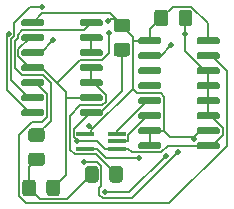
<source format=gbl>
G04 #@! TF.GenerationSoftware,KiCad,Pcbnew,(5.1.7)-1*
G04 #@! TF.CreationDate,2020-11-15T12:51:32-06:00*
G04 #@! TF.ProjectId,snesdecoder,736e6573-6465-4636-9f64-65722e6b6963,v01*
G04 #@! TF.SameCoordinates,Original*
G04 #@! TF.FileFunction,Copper,L2,Bot*
G04 #@! TF.FilePolarity,Positive*
%FSLAX46Y46*%
G04 Gerber Fmt 4.6, Leading zero omitted, Abs format (unit mm)*
G04 Created by KiCad (PCBNEW (5.1.7)-1) date 2020-11-15 12:51:32*
%MOMM*%
%LPD*%
G01*
G04 APERTURE LIST*
G04 #@! TA.AperFunction,SMDPad,CuDef*
%ADD10R,1.500000X0.400000*%
G04 #@! TD*
G04 #@! TA.AperFunction,ViaPad*
%ADD11C,0.508000*%
G04 #@! TD*
G04 #@! TA.AperFunction,Conductor*
%ADD12C,0.152400*%
G04 #@! TD*
G04 APERTURE END LIST*
D10*
X161738000Y-87996000D03*
X161738000Y-89296000D03*
X164398000Y-89296000D03*
X164398000Y-88646000D03*
X164398000Y-87996000D03*
G04 #@! TA.AperFunction,SMDPad,CuDef*
G36*
G01*
X168172000Y-80005000D02*
X168172000Y-80305000D01*
G75*
G02*
X168022000Y-80455000I-150000J0D01*
G01*
X166372000Y-80455000D01*
G75*
G02*
X166222000Y-80305000I0J150000D01*
G01*
X166222000Y-80005000D01*
G75*
G02*
X166372000Y-79855000I150000J0D01*
G01*
X168022000Y-79855000D01*
G75*
G02*
X168172000Y-80005000I0J-150000D01*
G01*
G37*
G04 #@! TD.AperFunction*
G04 #@! TA.AperFunction,SMDPad,CuDef*
G36*
G01*
X168172000Y-81275000D02*
X168172000Y-81575000D01*
G75*
G02*
X168022000Y-81725000I-150000J0D01*
G01*
X166372000Y-81725000D01*
G75*
G02*
X166222000Y-81575000I0J150000D01*
G01*
X166222000Y-81275000D01*
G75*
G02*
X166372000Y-81125000I150000J0D01*
G01*
X168022000Y-81125000D01*
G75*
G02*
X168172000Y-81275000I0J-150000D01*
G01*
G37*
G04 #@! TD.AperFunction*
G04 #@! TA.AperFunction,SMDPad,CuDef*
G36*
G01*
X168172000Y-82545000D02*
X168172000Y-82845000D01*
G75*
G02*
X168022000Y-82995000I-150000J0D01*
G01*
X166372000Y-82995000D01*
G75*
G02*
X166222000Y-82845000I0J150000D01*
G01*
X166222000Y-82545000D01*
G75*
G02*
X166372000Y-82395000I150000J0D01*
G01*
X168022000Y-82395000D01*
G75*
G02*
X168172000Y-82545000I0J-150000D01*
G01*
G37*
G04 #@! TD.AperFunction*
G04 #@! TA.AperFunction,SMDPad,CuDef*
G36*
G01*
X168172000Y-83815000D02*
X168172000Y-84115000D01*
G75*
G02*
X168022000Y-84265000I-150000J0D01*
G01*
X166372000Y-84265000D01*
G75*
G02*
X166222000Y-84115000I0J150000D01*
G01*
X166222000Y-83815000D01*
G75*
G02*
X166372000Y-83665000I150000J0D01*
G01*
X168022000Y-83665000D01*
G75*
G02*
X168172000Y-83815000I0J-150000D01*
G01*
G37*
G04 #@! TD.AperFunction*
G04 #@! TA.AperFunction,SMDPad,CuDef*
G36*
G01*
X168172000Y-85085000D02*
X168172000Y-85385000D01*
G75*
G02*
X168022000Y-85535000I-150000J0D01*
G01*
X166372000Y-85535000D01*
G75*
G02*
X166222000Y-85385000I0J150000D01*
G01*
X166222000Y-85085000D01*
G75*
G02*
X166372000Y-84935000I150000J0D01*
G01*
X168022000Y-84935000D01*
G75*
G02*
X168172000Y-85085000I0J-150000D01*
G01*
G37*
G04 #@! TD.AperFunction*
G04 #@! TA.AperFunction,SMDPad,CuDef*
G36*
G01*
X168172000Y-86355000D02*
X168172000Y-86655000D01*
G75*
G02*
X168022000Y-86805000I-150000J0D01*
G01*
X166372000Y-86805000D01*
G75*
G02*
X166222000Y-86655000I0J150000D01*
G01*
X166222000Y-86355000D01*
G75*
G02*
X166372000Y-86205000I150000J0D01*
G01*
X168022000Y-86205000D01*
G75*
G02*
X168172000Y-86355000I0J-150000D01*
G01*
G37*
G04 #@! TD.AperFunction*
G04 #@! TA.AperFunction,SMDPad,CuDef*
G36*
G01*
X168172000Y-87625000D02*
X168172000Y-87925000D01*
G75*
G02*
X168022000Y-88075000I-150000J0D01*
G01*
X166372000Y-88075000D01*
G75*
G02*
X166222000Y-87925000I0J150000D01*
G01*
X166222000Y-87625000D01*
G75*
G02*
X166372000Y-87475000I150000J0D01*
G01*
X168022000Y-87475000D01*
G75*
G02*
X168172000Y-87625000I0J-150000D01*
G01*
G37*
G04 #@! TD.AperFunction*
G04 #@! TA.AperFunction,SMDPad,CuDef*
G36*
G01*
X168172000Y-88895000D02*
X168172000Y-89195000D01*
G75*
G02*
X168022000Y-89345000I-150000J0D01*
G01*
X166372000Y-89345000D01*
G75*
G02*
X166222000Y-89195000I0J150000D01*
G01*
X166222000Y-88895000D01*
G75*
G02*
X166372000Y-88745000I150000J0D01*
G01*
X168022000Y-88745000D01*
G75*
G02*
X168172000Y-88895000I0J-150000D01*
G01*
G37*
G04 #@! TD.AperFunction*
G04 #@! TA.AperFunction,SMDPad,CuDef*
G36*
G01*
X173122000Y-88895000D02*
X173122000Y-89195000D01*
G75*
G02*
X172972000Y-89345000I-150000J0D01*
G01*
X171322000Y-89345000D01*
G75*
G02*
X171172000Y-89195000I0J150000D01*
G01*
X171172000Y-88895000D01*
G75*
G02*
X171322000Y-88745000I150000J0D01*
G01*
X172972000Y-88745000D01*
G75*
G02*
X173122000Y-88895000I0J-150000D01*
G01*
G37*
G04 #@! TD.AperFunction*
G04 #@! TA.AperFunction,SMDPad,CuDef*
G36*
G01*
X173122000Y-87625000D02*
X173122000Y-87925000D01*
G75*
G02*
X172972000Y-88075000I-150000J0D01*
G01*
X171322000Y-88075000D01*
G75*
G02*
X171172000Y-87925000I0J150000D01*
G01*
X171172000Y-87625000D01*
G75*
G02*
X171322000Y-87475000I150000J0D01*
G01*
X172972000Y-87475000D01*
G75*
G02*
X173122000Y-87625000I0J-150000D01*
G01*
G37*
G04 #@! TD.AperFunction*
G04 #@! TA.AperFunction,SMDPad,CuDef*
G36*
G01*
X173122000Y-86355000D02*
X173122000Y-86655000D01*
G75*
G02*
X172972000Y-86805000I-150000J0D01*
G01*
X171322000Y-86805000D01*
G75*
G02*
X171172000Y-86655000I0J150000D01*
G01*
X171172000Y-86355000D01*
G75*
G02*
X171322000Y-86205000I150000J0D01*
G01*
X172972000Y-86205000D01*
G75*
G02*
X173122000Y-86355000I0J-150000D01*
G01*
G37*
G04 #@! TD.AperFunction*
G04 #@! TA.AperFunction,SMDPad,CuDef*
G36*
G01*
X173122000Y-85085000D02*
X173122000Y-85385000D01*
G75*
G02*
X172972000Y-85535000I-150000J0D01*
G01*
X171322000Y-85535000D01*
G75*
G02*
X171172000Y-85385000I0J150000D01*
G01*
X171172000Y-85085000D01*
G75*
G02*
X171322000Y-84935000I150000J0D01*
G01*
X172972000Y-84935000D01*
G75*
G02*
X173122000Y-85085000I0J-150000D01*
G01*
G37*
G04 #@! TD.AperFunction*
G04 #@! TA.AperFunction,SMDPad,CuDef*
G36*
G01*
X173122000Y-83815000D02*
X173122000Y-84115000D01*
G75*
G02*
X172972000Y-84265000I-150000J0D01*
G01*
X171322000Y-84265000D01*
G75*
G02*
X171172000Y-84115000I0J150000D01*
G01*
X171172000Y-83815000D01*
G75*
G02*
X171322000Y-83665000I150000J0D01*
G01*
X172972000Y-83665000D01*
G75*
G02*
X173122000Y-83815000I0J-150000D01*
G01*
G37*
G04 #@! TD.AperFunction*
G04 #@! TA.AperFunction,SMDPad,CuDef*
G36*
G01*
X173122000Y-82545000D02*
X173122000Y-82845000D01*
G75*
G02*
X172972000Y-82995000I-150000J0D01*
G01*
X171322000Y-82995000D01*
G75*
G02*
X171172000Y-82845000I0J150000D01*
G01*
X171172000Y-82545000D01*
G75*
G02*
X171322000Y-82395000I150000J0D01*
G01*
X172972000Y-82395000D01*
G75*
G02*
X173122000Y-82545000I0J-150000D01*
G01*
G37*
G04 #@! TD.AperFunction*
G04 #@! TA.AperFunction,SMDPad,CuDef*
G36*
G01*
X173122000Y-81275000D02*
X173122000Y-81575000D01*
G75*
G02*
X172972000Y-81725000I-150000J0D01*
G01*
X171322000Y-81725000D01*
G75*
G02*
X171172000Y-81575000I0J150000D01*
G01*
X171172000Y-81275000D01*
G75*
G02*
X171322000Y-81125000I150000J0D01*
G01*
X172972000Y-81125000D01*
G75*
G02*
X173122000Y-81275000I0J-150000D01*
G01*
G37*
G04 #@! TD.AperFunction*
G04 #@! TA.AperFunction,SMDPad,CuDef*
G36*
G01*
X173122000Y-80005000D02*
X173122000Y-80305000D01*
G75*
G02*
X172972000Y-80455000I-150000J0D01*
G01*
X171322000Y-80455000D01*
G75*
G02*
X171172000Y-80305000I0J150000D01*
G01*
X171172000Y-80005000D01*
G75*
G02*
X171322000Y-79855000I150000J0D01*
G01*
X172972000Y-79855000D01*
G75*
G02*
X173122000Y-80005000I0J-150000D01*
G01*
G37*
G04 #@! TD.AperFunction*
G04 #@! TA.AperFunction,SMDPad,CuDef*
G36*
G01*
X158266000Y-78463000D02*
X158266000Y-78763000D01*
G75*
G02*
X158116000Y-78913000I-150000J0D01*
G01*
X156466000Y-78913000D01*
G75*
G02*
X156316000Y-78763000I0J150000D01*
G01*
X156316000Y-78463000D01*
G75*
G02*
X156466000Y-78313000I150000J0D01*
G01*
X158116000Y-78313000D01*
G75*
G02*
X158266000Y-78463000I0J-150000D01*
G01*
G37*
G04 #@! TD.AperFunction*
G04 #@! TA.AperFunction,SMDPad,CuDef*
G36*
G01*
X158266000Y-79733000D02*
X158266000Y-80033000D01*
G75*
G02*
X158116000Y-80183000I-150000J0D01*
G01*
X156466000Y-80183000D01*
G75*
G02*
X156316000Y-80033000I0J150000D01*
G01*
X156316000Y-79733000D01*
G75*
G02*
X156466000Y-79583000I150000J0D01*
G01*
X158116000Y-79583000D01*
G75*
G02*
X158266000Y-79733000I0J-150000D01*
G01*
G37*
G04 #@! TD.AperFunction*
G04 #@! TA.AperFunction,SMDPad,CuDef*
G36*
G01*
X158266000Y-81003000D02*
X158266000Y-81303000D01*
G75*
G02*
X158116000Y-81453000I-150000J0D01*
G01*
X156466000Y-81453000D01*
G75*
G02*
X156316000Y-81303000I0J150000D01*
G01*
X156316000Y-81003000D01*
G75*
G02*
X156466000Y-80853000I150000J0D01*
G01*
X158116000Y-80853000D01*
G75*
G02*
X158266000Y-81003000I0J-150000D01*
G01*
G37*
G04 #@! TD.AperFunction*
G04 #@! TA.AperFunction,SMDPad,CuDef*
G36*
G01*
X158266000Y-82273000D02*
X158266000Y-82573000D01*
G75*
G02*
X158116000Y-82723000I-150000J0D01*
G01*
X156466000Y-82723000D01*
G75*
G02*
X156316000Y-82573000I0J150000D01*
G01*
X156316000Y-82273000D01*
G75*
G02*
X156466000Y-82123000I150000J0D01*
G01*
X158116000Y-82123000D01*
G75*
G02*
X158266000Y-82273000I0J-150000D01*
G01*
G37*
G04 #@! TD.AperFunction*
G04 #@! TA.AperFunction,SMDPad,CuDef*
G36*
G01*
X158266000Y-83543000D02*
X158266000Y-83843000D01*
G75*
G02*
X158116000Y-83993000I-150000J0D01*
G01*
X156466000Y-83993000D01*
G75*
G02*
X156316000Y-83843000I0J150000D01*
G01*
X156316000Y-83543000D01*
G75*
G02*
X156466000Y-83393000I150000J0D01*
G01*
X158116000Y-83393000D01*
G75*
G02*
X158266000Y-83543000I0J-150000D01*
G01*
G37*
G04 #@! TD.AperFunction*
G04 #@! TA.AperFunction,SMDPad,CuDef*
G36*
G01*
X158266000Y-84813000D02*
X158266000Y-85113000D01*
G75*
G02*
X158116000Y-85263000I-150000J0D01*
G01*
X156466000Y-85263000D01*
G75*
G02*
X156316000Y-85113000I0J150000D01*
G01*
X156316000Y-84813000D01*
G75*
G02*
X156466000Y-84663000I150000J0D01*
G01*
X158116000Y-84663000D01*
G75*
G02*
X158266000Y-84813000I0J-150000D01*
G01*
G37*
G04 #@! TD.AperFunction*
G04 #@! TA.AperFunction,SMDPad,CuDef*
G36*
G01*
X158266000Y-86083000D02*
X158266000Y-86383000D01*
G75*
G02*
X158116000Y-86533000I-150000J0D01*
G01*
X156466000Y-86533000D01*
G75*
G02*
X156316000Y-86383000I0J150000D01*
G01*
X156316000Y-86083000D01*
G75*
G02*
X156466000Y-85933000I150000J0D01*
G01*
X158116000Y-85933000D01*
G75*
G02*
X158266000Y-86083000I0J-150000D01*
G01*
G37*
G04 #@! TD.AperFunction*
G04 #@! TA.AperFunction,SMDPad,CuDef*
G36*
G01*
X163216000Y-86083000D02*
X163216000Y-86383000D01*
G75*
G02*
X163066000Y-86533000I-150000J0D01*
G01*
X161416000Y-86533000D01*
G75*
G02*
X161266000Y-86383000I0J150000D01*
G01*
X161266000Y-86083000D01*
G75*
G02*
X161416000Y-85933000I150000J0D01*
G01*
X163066000Y-85933000D01*
G75*
G02*
X163216000Y-86083000I0J-150000D01*
G01*
G37*
G04 #@! TD.AperFunction*
G04 #@! TA.AperFunction,SMDPad,CuDef*
G36*
G01*
X163216000Y-84813000D02*
X163216000Y-85113000D01*
G75*
G02*
X163066000Y-85263000I-150000J0D01*
G01*
X161416000Y-85263000D01*
G75*
G02*
X161266000Y-85113000I0J150000D01*
G01*
X161266000Y-84813000D01*
G75*
G02*
X161416000Y-84663000I150000J0D01*
G01*
X163066000Y-84663000D01*
G75*
G02*
X163216000Y-84813000I0J-150000D01*
G01*
G37*
G04 #@! TD.AperFunction*
G04 #@! TA.AperFunction,SMDPad,CuDef*
G36*
G01*
X163216000Y-83543000D02*
X163216000Y-83843000D01*
G75*
G02*
X163066000Y-83993000I-150000J0D01*
G01*
X161416000Y-83993000D01*
G75*
G02*
X161266000Y-83843000I0J150000D01*
G01*
X161266000Y-83543000D01*
G75*
G02*
X161416000Y-83393000I150000J0D01*
G01*
X163066000Y-83393000D01*
G75*
G02*
X163216000Y-83543000I0J-150000D01*
G01*
G37*
G04 #@! TD.AperFunction*
G04 #@! TA.AperFunction,SMDPad,CuDef*
G36*
G01*
X163216000Y-82273000D02*
X163216000Y-82573000D01*
G75*
G02*
X163066000Y-82723000I-150000J0D01*
G01*
X161416000Y-82723000D01*
G75*
G02*
X161266000Y-82573000I0J150000D01*
G01*
X161266000Y-82273000D01*
G75*
G02*
X161416000Y-82123000I150000J0D01*
G01*
X163066000Y-82123000D01*
G75*
G02*
X163216000Y-82273000I0J-150000D01*
G01*
G37*
G04 #@! TD.AperFunction*
G04 #@! TA.AperFunction,SMDPad,CuDef*
G36*
G01*
X163216000Y-81003000D02*
X163216000Y-81303000D01*
G75*
G02*
X163066000Y-81453000I-150000J0D01*
G01*
X161416000Y-81453000D01*
G75*
G02*
X161266000Y-81303000I0J150000D01*
G01*
X161266000Y-81003000D01*
G75*
G02*
X161416000Y-80853000I150000J0D01*
G01*
X163066000Y-80853000D01*
G75*
G02*
X163216000Y-81003000I0J-150000D01*
G01*
G37*
G04 #@! TD.AperFunction*
G04 #@! TA.AperFunction,SMDPad,CuDef*
G36*
G01*
X163216000Y-79733000D02*
X163216000Y-80033000D01*
G75*
G02*
X163066000Y-80183000I-150000J0D01*
G01*
X161416000Y-80183000D01*
G75*
G02*
X161266000Y-80033000I0J150000D01*
G01*
X161266000Y-79733000D01*
G75*
G02*
X161416000Y-79583000I150000J0D01*
G01*
X163066000Y-79583000D01*
G75*
G02*
X163216000Y-79733000I0J-150000D01*
G01*
G37*
G04 #@! TD.AperFunction*
G04 #@! TA.AperFunction,SMDPad,CuDef*
G36*
G01*
X163216000Y-78463000D02*
X163216000Y-78763000D01*
G75*
G02*
X163066000Y-78913000I-150000J0D01*
G01*
X161416000Y-78913000D01*
G75*
G02*
X161266000Y-78763000I0J150000D01*
G01*
X161266000Y-78463000D01*
G75*
G02*
X161416000Y-78313000I150000J0D01*
G01*
X163066000Y-78313000D01*
G75*
G02*
X163216000Y-78463000I0J-150000D01*
G01*
G37*
G04 #@! TD.AperFunction*
G04 #@! TA.AperFunction,SMDPad,CuDef*
G36*
G01*
X157550000Y-92149999D02*
X157550000Y-93050001D01*
G75*
G02*
X157300001Y-93300000I-249999J0D01*
G01*
X156649999Y-93300000D01*
G75*
G02*
X156400000Y-93050001I0J249999D01*
G01*
X156400000Y-92149999D01*
G75*
G02*
X156649999Y-91900000I249999J0D01*
G01*
X157300001Y-91900000D01*
G75*
G02*
X157550000Y-92149999I0J-249999D01*
G01*
G37*
G04 #@! TD.AperFunction*
G04 #@! TA.AperFunction,SMDPad,CuDef*
G36*
G01*
X159600000Y-92149999D02*
X159600000Y-93050001D01*
G75*
G02*
X159350001Y-93300000I-249999J0D01*
G01*
X158699999Y-93300000D01*
G75*
G02*
X158450000Y-93050001I0J249999D01*
G01*
X158450000Y-92149999D01*
G75*
G02*
X158699999Y-91900000I249999J0D01*
G01*
X159350001Y-91900000D01*
G75*
G02*
X159600000Y-92149999I0J-249999D01*
G01*
G37*
G04 #@! TD.AperFunction*
G04 #@! TA.AperFunction,SMDPad,CuDef*
G36*
G01*
X157156999Y-87554000D02*
X158057001Y-87554000D01*
G75*
G02*
X158307000Y-87803999I0J-249999D01*
G01*
X158307000Y-88454001D01*
G75*
G02*
X158057001Y-88704000I-249999J0D01*
G01*
X157156999Y-88704000D01*
G75*
G02*
X156907000Y-88454001I0J249999D01*
G01*
X156907000Y-87803999D01*
G75*
G02*
X157156999Y-87554000I249999J0D01*
G01*
G37*
G04 #@! TD.AperFunction*
G04 #@! TA.AperFunction,SMDPad,CuDef*
G36*
G01*
X157156999Y-89604000D02*
X158057001Y-89604000D01*
G75*
G02*
X158307000Y-89853999I0J-249999D01*
G01*
X158307000Y-90504001D01*
G75*
G02*
X158057001Y-90754000I-249999J0D01*
G01*
X157156999Y-90754000D01*
G75*
G02*
X156907000Y-90504001I0J249999D01*
G01*
X156907000Y-89853999D01*
G75*
G02*
X157156999Y-89604000I249999J0D01*
G01*
G37*
G04 #@! TD.AperFunction*
G04 #@! TA.AperFunction,SMDPad,CuDef*
G36*
G01*
X165296001Y-79424000D02*
X164395999Y-79424000D01*
G75*
G02*
X164146000Y-79174001I0J249999D01*
G01*
X164146000Y-78523999D01*
G75*
G02*
X164395999Y-78274000I249999J0D01*
G01*
X165296001Y-78274000D01*
G75*
G02*
X165546000Y-78523999I0J-249999D01*
G01*
X165546000Y-79174001D01*
G75*
G02*
X165296001Y-79424000I-249999J0D01*
G01*
G37*
G04 #@! TD.AperFunction*
G04 #@! TA.AperFunction,SMDPad,CuDef*
G36*
G01*
X165296001Y-81474000D02*
X164395999Y-81474000D01*
G75*
G02*
X164146000Y-81224001I0J249999D01*
G01*
X164146000Y-80573999D01*
G75*
G02*
X164395999Y-80324000I249999J0D01*
G01*
X165296001Y-80324000D01*
G75*
G02*
X165546000Y-80573999I0J-249999D01*
G01*
X165546000Y-81224001D01*
G75*
G02*
X165296001Y-81474000I-249999J0D01*
G01*
G37*
G04 #@! TD.AperFunction*
G04 #@! TA.AperFunction,SMDPad,CuDef*
G36*
G01*
X168750000Y-77749999D02*
X168750000Y-78650001D01*
G75*
G02*
X168500001Y-78900000I-249999J0D01*
G01*
X167849999Y-78900000D01*
G75*
G02*
X167600000Y-78650001I0J249999D01*
G01*
X167600000Y-77749999D01*
G75*
G02*
X167849999Y-77500000I249999J0D01*
G01*
X168500001Y-77500000D01*
G75*
G02*
X168750000Y-77749999I0J-249999D01*
G01*
G37*
G04 #@! TD.AperFunction*
G04 #@! TA.AperFunction,SMDPad,CuDef*
G36*
G01*
X170800000Y-77749999D02*
X170800000Y-78650001D01*
G75*
G02*
X170550001Y-78900000I-249999J0D01*
G01*
X169899999Y-78900000D01*
G75*
G02*
X169650000Y-78650001I0J249999D01*
G01*
X169650000Y-77749999D01*
G75*
G02*
X169899999Y-77500000I249999J0D01*
G01*
X170550001Y-77500000D01*
G75*
G02*
X170800000Y-77749999I0J-249999D01*
G01*
G37*
G04 #@! TD.AperFunction*
G04 #@! TA.AperFunction,SMDPad,CuDef*
G36*
G01*
X162872000Y-90989999D02*
X162872000Y-91890001D01*
G75*
G02*
X162622001Y-92140000I-249999J0D01*
G01*
X161971999Y-92140000D01*
G75*
G02*
X161722000Y-91890001I0J249999D01*
G01*
X161722000Y-90989999D01*
G75*
G02*
X161971999Y-90740000I249999J0D01*
G01*
X162622001Y-90740000D01*
G75*
G02*
X162872000Y-90989999I0J-249999D01*
G01*
G37*
G04 #@! TD.AperFunction*
G04 #@! TA.AperFunction,SMDPad,CuDef*
G36*
G01*
X164922000Y-90989999D02*
X164922000Y-91890001D01*
G75*
G02*
X164672001Y-92140000I-249999J0D01*
G01*
X164021999Y-92140000D01*
G75*
G02*
X163772000Y-91890001I0J249999D01*
G01*
X163772000Y-90989999D01*
G75*
G02*
X164021999Y-90740000I249999J0D01*
G01*
X164672001Y-90740000D01*
G75*
G02*
X164922000Y-90989999I0J-249999D01*
G01*
G37*
G04 #@! TD.AperFunction*
D11*
X159039200Y-80106200D03*
X169022600Y-80518000D03*
X158053400Y-77306300D03*
X162068600Y-87360500D03*
X170918500Y-88489000D03*
X163680800Y-78486000D03*
X170225000Y-79600800D03*
X161082000Y-88616400D03*
X168542900Y-89899800D03*
X163415300Y-92964000D03*
X169621900Y-89530400D03*
X161664900Y-90361500D03*
X163775200Y-79493000D03*
X155247400Y-79541300D03*
X166320800Y-90079100D03*
D12*
X162241000Y-83693000D02*
X162494600Y-83693000D01*
X162494600Y-83693000D02*
X163493800Y-84692200D01*
X163493800Y-84692200D02*
X163493800Y-85284800D01*
X163493800Y-85284800D02*
X163180600Y-85598000D01*
X163180600Y-85598000D02*
X161325100Y-85598000D01*
X161325100Y-85598000D02*
X160448600Y-86474500D01*
X160448600Y-86474500D02*
X160448600Y-89364500D01*
X160448600Y-89364500D02*
X160836300Y-89752200D01*
X160836300Y-89752200D02*
X162659200Y-89752200D01*
X162659200Y-89752200D02*
X164347000Y-91440000D01*
X162241000Y-82423000D02*
X162241000Y-83693000D01*
X157291000Y-81153000D02*
X157992400Y-81153000D01*
X157992400Y-81153000D02*
X159039200Y-80106200D01*
X167197000Y-81425000D02*
X168115600Y-81425000D01*
X168115600Y-81425000D02*
X169022600Y-80518000D01*
X157291000Y-84963000D02*
X156980000Y-84963000D01*
X156980000Y-84963000D02*
X155447600Y-83430600D01*
X155447600Y-83430600D02*
X155447600Y-80024200D01*
X155447600Y-80024200D02*
X155730300Y-79741500D01*
X155730300Y-79741500D02*
X155730300Y-78643400D01*
X155730300Y-78643400D02*
X157067400Y-77306300D01*
X157067400Y-77306300D02*
X158053400Y-77306300D01*
X165776000Y-80155000D02*
X165776000Y-84217500D01*
X164846000Y-78849000D02*
X165776000Y-79779000D01*
X165776000Y-79779000D02*
X165776000Y-80155000D01*
X167197000Y-80155000D02*
X165776000Y-80155000D01*
X168420000Y-87775000D02*
X168420000Y-84868500D01*
X168420000Y-84868500D02*
X168151500Y-84600000D01*
X168151500Y-84600000D02*
X166158500Y-84600000D01*
X166158500Y-84600000D02*
X165776000Y-84217500D01*
X170918500Y-88309500D02*
X168954500Y-88309500D01*
X168954500Y-88309500D02*
X168420000Y-87775000D01*
X168420000Y-87775000D02*
X167197000Y-87775000D01*
X165776000Y-84217500D02*
X162350800Y-87642700D01*
X172147000Y-87775000D02*
X171453000Y-87775000D01*
X171453000Y-87775000D02*
X170918500Y-88309500D01*
X170918500Y-88309500D02*
X170918500Y-88489000D01*
X162350800Y-87642700D02*
X162068600Y-87360500D01*
X162227500Y-87996000D02*
X162227500Y-87766000D01*
X162227500Y-87766000D02*
X162350800Y-87642700D01*
X164846000Y-78849000D02*
X164321500Y-78324500D01*
X167197000Y-80155000D02*
X167197000Y-79178000D01*
X167197000Y-79178000D02*
X168175000Y-78200000D01*
X161738000Y-87996000D02*
X162227500Y-87996000D01*
X167197000Y-87775000D02*
X167197000Y-89045000D01*
X168175000Y-78200000D02*
X169130400Y-77244600D01*
X169130400Y-77244600D02*
X170730300Y-77244600D01*
X170730300Y-77244600D02*
X172147000Y-78661300D01*
X172147000Y-78661300D02*
X172147000Y-80155000D01*
X164321500Y-78324500D02*
X163842300Y-78324500D01*
X163842300Y-78324500D02*
X163680800Y-78486000D01*
X164321500Y-78324500D02*
X163797000Y-77800000D01*
X163797000Y-77800000D02*
X158104000Y-77800000D01*
X158104000Y-77800000D02*
X157291000Y-78613000D01*
X157291000Y-83693000D02*
X157560900Y-83693000D01*
X157560900Y-83693000D02*
X158498400Y-84630500D01*
X158498400Y-84630500D02*
X158498400Y-86572200D01*
X158498400Y-86572200D02*
X158038000Y-87032600D01*
X158038000Y-87032600D02*
X157217600Y-87032600D01*
X157217600Y-87032600D02*
X156130000Y-88120200D01*
X156130000Y-88120200D02*
X156130000Y-93272700D01*
X156130000Y-93272700D02*
X156740700Y-93883400D01*
X156740700Y-93883400D02*
X168868600Y-93883400D01*
X168868600Y-93883400D02*
X173709800Y-89042200D01*
X173709800Y-89042200D02*
X173709800Y-82696500D01*
X173709800Y-82696500D02*
X172438300Y-81425000D01*
X172438300Y-81425000D02*
X172147000Y-81425000D01*
X164398000Y-88646000D02*
X165376900Y-88646000D01*
X167197000Y-86505000D02*
X166956200Y-86505000D01*
X166956200Y-86505000D02*
X165376900Y-88084300D01*
X165376900Y-88084300D02*
X165376900Y-88646000D01*
X167197000Y-85235000D02*
X166954100Y-85235000D01*
X166954100Y-85235000D02*
X164398000Y-87791100D01*
X164398000Y-87791100D02*
X164398000Y-87996000D01*
X162297000Y-91440000D02*
X160195100Y-93541900D01*
X160195100Y-93541900D02*
X157916900Y-93541900D01*
X157916900Y-93541900D02*
X156975000Y-92600000D01*
X157607000Y-90179000D02*
X156975000Y-90811000D01*
X156975000Y-90811000D02*
X156975000Y-92600000D01*
X162241000Y-79883000D02*
X162241000Y-81153000D01*
X172147000Y-86505000D02*
X172396100Y-86505000D01*
X172396100Y-86505000D02*
X173378100Y-87487000D01*
X173378100Y-87487000D02*
X173378100Y-88096000D01*
X173378100Y-88096000D02*
X172429100Y-89045000D01*
X172429100Y-89045000D02*
X172147000Y-89045000D01*
X172147000Y-85235000D02*
X172147000Y-86505000D01*
X164846000Y-80899000D02*
X164846000Y-84364300D01*
X164846000Y-84364300D02*
X162977300Y-86233000D01*
X162977300Y-86233000D02*
X162241000Y-86233000D01*
X164398000Y-89296000D02*
X165376900Y-89296000D01*
X172147000Y-89045000D02*
X168714600Y-89045000D01*
X168714600Y-89045000D02*
X168174300Y-89585300D01*
X168174300Y-89585300D02*
X165666200Y-89585300D01*
X165666200Y-89585300D02*
X165376900Y-89296000D01*
X164398000Y-89296000D02*
X163419100Y-89296000D01*
X172147000Y-83965000D02*
X172147000Y-85235000D01*
X172147000Y-82695000D02*
X172147000Y-83965000D01*
X161082000Y-88616400D02*
X162739500Y-88616400D01*
X162739500Y-88616400D02*
X163419100Y-89296000D01*
X162241000Y-86233000D02*
X162101300Y-86233000D01*
X162101300Y-86233000D02*
X160759000Y-87575300D01*
X160759000Y-87575300D02*
X160759000Y-88293400D01*
X160759000Y-88293400D02*
X161082000Y-88616400D01*
X170225000Y-79600800D02*
X170225000Y-81036100D01*
X170225000Y-81036100D02*
X171883900Y-82695000D01*
X171883900Y-82695000D02*
X172147000Y-82695000D01*
X170225000Y-78200000D02*
X170225000Y-79600800D01*
X163415300Y-92964000D02*
X165478700Y-92964000D01*
X165478700Y-92964000D02*
X168542900Y-89899800D01*
X161664900Y-90361500D02*
X162736200Y-90361500D01*
X162736200Y-90361500D02*
X163103900Y-90729200D01*
X163103900Y-90729200D02*
X163103900Y-92394800D01*
X163103900Y-92394800D02*
X162919000Y-92579700D01*
X162919000Y-92579700D02*
X162919000Y-93157700D01*
X162919000Y-93157700D02*
X163228800Y-93467500D01*
X163228800Y-93467500D02*
X165684800Y-93467500D01*
X165684800Y-93467500D02*
X169621900Y-89530400D01*
X157607000Y-88129000D02*
X158806300Y-86929700D01*
X158806300Y-86929700D02*
X158806300Y-83697300D01*
X158806300Y-83697300D02*
X158167000Y-83058000D01*
X158167000Y-83058000D02*
X156413500Y-83058000D01*
X156413500Y-83058000D02*
X155768700Y-82413200D01*
X155768700Y-82413200D02*
X155768700Y-80134700D01*
X155768700Y-80134700D02*
X156035400Y-79868000D01*
X156035400Y-79868000D02*
X156035400Y-79627200D01*
X156035400Y-79627200D02*
X156414600Y-79248000D01*
X156414600Y-79248000D02*
X161606000Y-79248000D01*
X161606000Y-79248000D02*
X162241000Y-78613000D01*
X160091900Y-84963000D02*
X160091900Y-91533100D01*
X160091900Y-91533100D02*
X159025000Y-92600000D01*
X159367600Y-83726400D02*
X158064200Y-82423000D01*
X158064200Y-82423000D02*
X157291000Y-82423000D01*
X160091900Y-84963000D02*
X160091900Y-84450700D01*
X160091900Y-84450700D02*
X159367600Y-83726400D01*
X163775200Y-79493000D02*
X163775200Y-81178400D01*
X163775200Y-81178400D02*
X163165600Y-81788000D01*
X163165600Y-81788000D02*
X161306000Y-81788000D01*
X161306000Y-81788000D02*
X159367600Y-83726400D01*
X160091900Y-84963000D02*
X162241000Y-84963000D01*
X157291000Y-82423000D02*
X157042400Y-82423000D01*
X157042400Y-82423000D02*
X156073800Y-81454400D01*
X156073800Y-81454400D02*
X156073800Y-80832000D01*
X156073800Y-80832000D02*
X157022800Y-79883000D01*
X157022800Y-79883000D02*
X157291000Y-79883000D01*
X157291000Y-86233000D02*
X157044500Y-86233000D01*
X157044500Y-86233000D02*
X155142400Y-84330900D01*
X155142400Y-84330900D02*
X155142400Y-79646300D01*
X155142400Y-79646300D02*
X155247400Y-79541300D01*
X161738000Y-89296000D02*
X162716900Y-89296000D01*
X162716900Y-89296000D02*
X163500000Y-90079100D01*
X163500000Y-90079100D02*
X166320800Y-90079100D01*
M02*

</source>
